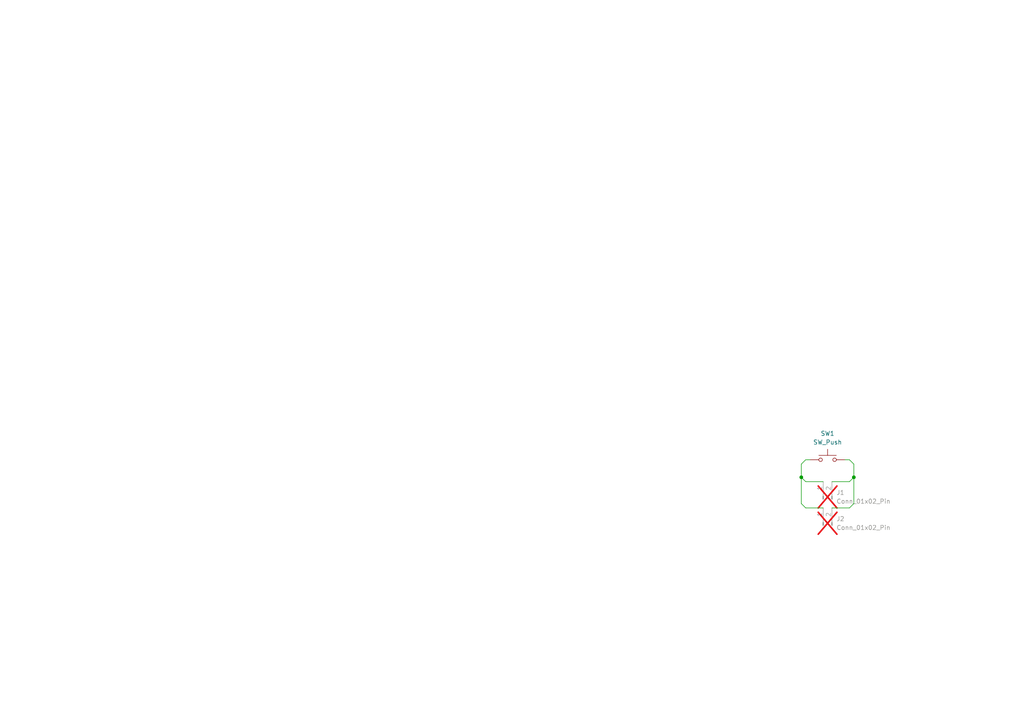
<source format=kicad_sch>
(kicad_sch (version 20231120) (generator "eeschema") (generator_version "8.0")
  (paper "A4")
  (lib_symbols
    (symbol "Connector:Conn_01x02_Pin" (pin_names (offset 1.016) hide)
      (property "Reference" "J" (at 0 2.54 0))
      (property "Value" "Conn_01x02_Pin" (at 0 -5.08 0))
      (symbol "Conn_01x02_Pin_1_1"
        (polyline (pts (xy 1.27 -2.54) (xy 0.8636 -2.54)) (stroke (width 0.1524)))
        (polyline (pts (xy 1.27 0) (xy 0.8636 0)) (stroke (width 0.1524)))
        (rectangle (start 0.8636 -2.413) (end 0 -2.667) (stroke (width 0.1524)) (fill (type outline)))
        (rectangle (start 0.8636 0.127) (end 0 -0.127) (stroke (width 0.1524)) (fill (type outline)))
        (pin passive line (at 5.08 0 180) (length 3.81) (name "Pin_1") (number "1"))
        (pin passive line (at 5.08 -2.54 180) (length 3.81) (name "Pin_2") (number "2"))
      )
    )
    (symbol "Switch:SW_Push" (pin_numbers hide) (pin_names (offset 1.016) hide)
      (property "Reference" "SW" (at 1.27 2.54 0))
      (property "Value" "SW_Push" (at 0 -1.524 0))
      (symbol "SW_Push_0_1"
        (circle (center -2.032 0) (radius 0.508))
        (polyline (pts (xy 0 1.27) (xy 0 3.048)))
        (polyline (pts (xy 2.54 1.27) (xy -2.54 1.27)))
        (circle (center 2.032 0) (radius 0.508))
        (pin passive line (at -5.08 0 0) (length 2.54) (name "1") (number "1"))
        (pin passive line (at 5.08 0 180) (length 2.54) (name "2") (number "2"))
      )
    )
  )
  (junction (at 247.65 138.43))
  (junction (at 232.41 138.43))
  (wire (pts (xy 245.11 133.35) (xy 246.38 133.35)))
  (wire (pts (xy 233.68 147.32) (xy 232.41 146.05)))
  (wire (pts (xy 232.41 134.62) (xy 233.68 133.35)))
  (wire (pts (xy 238.76 139.7) (xy 233.68 139.7)))
  (wire (pts (xy 241.3 147.32) (xy 246.38 147.32)))
  (wire (pts (xy 247.65 134.62) (xy 247.65 138.43)))
  (wire (pts (xy 232.41 138.43) (xy 232.41 134.62)))
  (wire (pts (xy 246.38 147.32) (xy 247.65 146.05)))
  (wire (pts (xy 233.68 133.35) (xy 234.95 133.35)))
  (wire (pts (xy 241.3 139.7) (xy 246.38 139.7)))
  (wire (pts (xy 238.76 147.32) (xy 233.68 147.32)))
  (wire (pts (xy 247.65 138.43) (xy 246.38 139.7)))
  (wire (pts (xy 232.41 138.43) (xy 232.41 146.05)))
  (wire (pts (xy 233.68 139.7) (xy 232.41 138.43)))
  (wire (pts (xy 246.38 133.35) (xy 247.65 134.62)))
  (wire (pts (xy 247.65 138.43) (xy 247.65 146.05)))
  (symbol (lib_id "Switch:SW_Push") (at 240.03 133.35 0) (unit 1)
    (property "Reference" "SW1" (at 240.03 125.73 0))
    (property "Value" "SW_Push" (at 240.03 128.27 0))
    (property "Footprint" "hhl:PG1353" (effects (hide yes)))
    (property "Datasheet" "https://cdn.shopify.com/s/files/1/0657/6075/5954/files/SPEC-CPG135301D01_Kailh_Choc_V2_Low_Profile_Red_Switch_03cd29a8-065e-45f8-8053-b72dcd70616d.pdf?v=1667190153" (effects (hide yes)))
    (property "Description" "Kailh Choc V2 Low Profile Switch" (effects (hide yes)))
    (property "MPN" "CPG135301D03" (effects (hide yes)))
    (property "Price" "0.45" (effects (hide yes)))
  )
  (symbol (lib_id "Connector:Conn_01x02_Pin") (at 238.76 152.4 90) (unit 1) (in_bom no) (dnp yes)
    (property "Reference" "J2" (at 242.57 150.4949 90) (effects (justify right)))
    (property "Value" "Conn_01x02_Pin" (at 242.57 153.0349 90) (effects (justify right)))
    (property "Footprint" "Connector_PinHeader_2.54mm:PinHeader_1x02_P2.54mm_Vertical" (effects (hide yes)))
    (property "Description" "Generic connector, single row, 01x02, script generated" (effects (hide yes)))
  )
  (symbol (lib_id "Connector:Conn_01x02_Pin") (at 238.76 144.78 90) (unit 1) (in_bom no) (dnp yes)
    (property "Reference" "J1" (at 242.57 142.8749 90) (effects (justify right)))
    (property "Value" "Conn_01x02_Pin" (at 242.57 145.4149 90) (effects (justify right)))
    (property "Footprint" "Connector_PinHeader_2.54mm:PinHeader_1x02_P2.54mm_Vertical" (effects (hide yes)))
    (property "Description" "Generic connector, single row, 01x02, script generated" (effects (hide yes)))
  )
)
</source>
